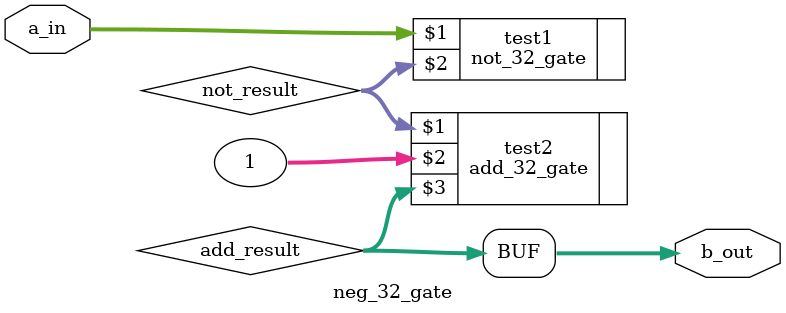
<source format=v>
module neg_32_gate(
	input wire [31:0] a_in,
	output wire [31:0] b_out
	);
	
	wire [31:0] not_result; 
    not_32_gate test1(a_in, not_result);

    wire [31:0] add_result;
    add_32_gate test2(not_result, 32'd1, add_result);
	
    assign b_out = add_result;

endmodule
</source>
